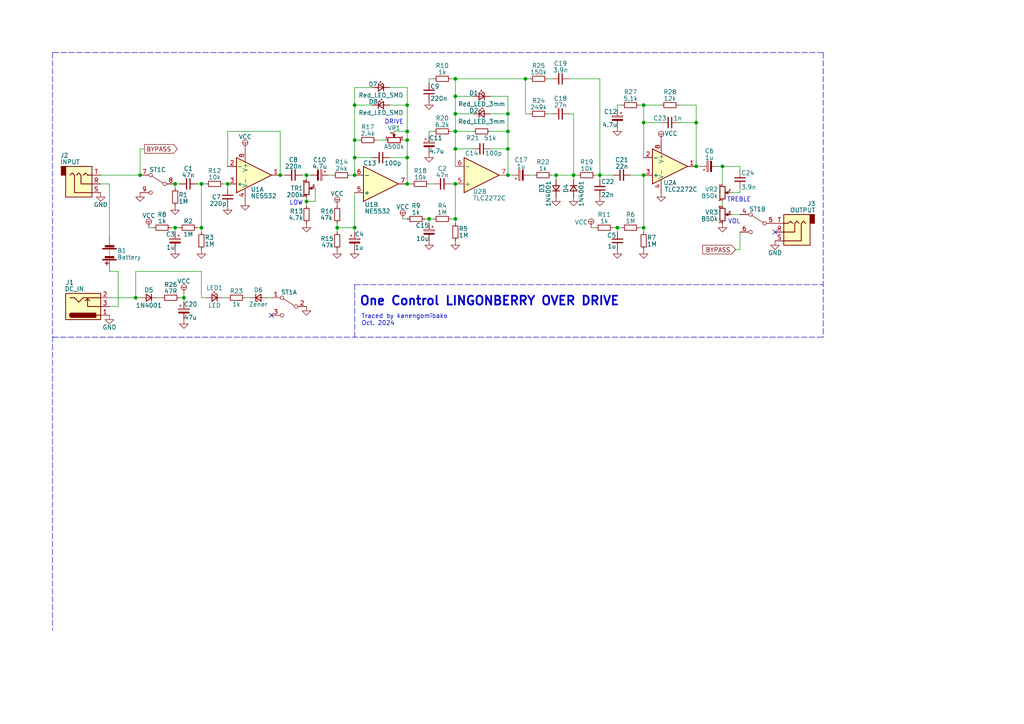
<source format=kicad_sch>
(kicad_sch (version 20231120) (generator "eeschema") (generator_version "8.0")
  (paper "A4")
  (lib_symbols
    (symbol "Amplifier_Operational:NE5532" (pin_names (offset 0.127))
      (property "Reference" "U" (at 0 5.08 0))
      (property "Value" "NE5532" (at 0 -5.08 0))
      (symbol "NE5532_1_1"
        (polyline (pts (xy -5.08 5.08) (xy 5.08 0) (xy -5.08 -5.08) (xy -5.08 5.08)) (stroke (width 0.254)) (fill (type background)))
        (pin output line (at 7.62 0 180) (length 2.54) (name "~") (number "1"))
        (pin input line (at -7.62 -2.54 0) (length 2.54) (name "-") (number "2"))
        (pin input line (at -7.62 2.54 0) (length 2.54) (name "+") (number "3"))
      )
      (symbol "NE5532_2_1"
        (polyline (pts (xy -5.08 5.08) (xy 5.08 0) (xy -5.08 -5.08) (xy -5.08 5.08)) (stroke (width 0.254)) (fill (type background)))
        (pin input line (at -7.62 2.54 0) (length 2.54) (name "+") (number "5"))
        (pin input line (at -7.62 -2.54 0) (length 2.54) (name "-") (number "6"))
        (pin output line (at 7.62 0 180) (length 2.54) (name "~") (number "7"))
      )
      (symbol "NE5532_3_1"
        (pin power_in line (at -2.54 -7.62 90) (length 3.81) (name "V-") (number "4"))
        (pin power_in line (at -2.54 7.62 270) (length 3.81) (name "V+") (number "8"))
      )
    )
    (symbol "Connector:Barrel_Jack_Switch" (pin_names hide)
      (property "Reference" "J" (at 0 5.334 0))
      (property "Value" "Barrel_Jack_Switch" (at 0 -5.08 0))
      (symbol "Barrel_Jack_Switch_0_1"
        (rectangle (start -5.08 3.81) (end 5.08 -3.81) (stroke (width 0.254)) (fill (type background)))
        (arc (start -3.302 3.175) (mid -3.9343 2.54) (end -3.302 1.905) (stroke (width 0.254)))
        (arc (start -3.302 3.175) (mid -3.9343 2.54) (end -3.302 1.905) (stroke (width 0.254)) (fill (type outline)))
        (polyline (pts (xy 1.27 -2.286) (xy 1.905 -1.651)) (stroke (width 0.254)))
        (polyline (pts (xy 5.08 2.54) (xy 3.81 2.54)) (stroke (width 0.254)))
        (polyline (pts (xy 5.08 0) (xy 1.27 0) (xy 1.27 -2.286) (xy 0.635 -1.651)) (stroke (width 0.254)))
        (polyline (pts (xy -3.81 -2.54) (xy -2.54 -2.54) (xy -1.27 -1.27) (xy 0 -2.54) (xy 2.54 -2.54) (xy 5.08 -2.54)) (stroke (width 0.254)))
        (rectangle (start 3.683 3.175) (end -3.302 1.905) (stroke (width 0.254)) (fill (type outline)))
      )
      (symbol "Barrel_Jack_Switch_1_1"
        (pin passive line (at 7.62 2.54 180) (length 2.54) (name "~") (number "1"))
        (pin passive line (at 7.62 -2.54 180) (length 2.54) (name "~") (number "2"))
        (pin passive line (at 7.62 0 180) (length 2.54) (name "~") (number "3"))
      )
    )
    (symbol "Connector_Audio:AudioJack3"
      (property "Reference" "J" (at 0 8.89 0))
      (property "Value" "AudioJack3" (at 0 6.35 0))
      (symbol "AudioJack3_0_1"
        (rectangle (start -5.08 -5.08) (end -6.35 -2.54) (stroke (width 0.254)) (fill (type outline)))
        (polyline (pts (xy 0 -2.54) (xy 0.635 -3.175) (xy 1.27 -2.54) (xy 2.54 -2.54)) (stroke (width 0.254)))
        (polyline (pts (xy -1.905 -2.54) (xy -1.27 -3.175) (xy -0.635 -2.54) (xy -0.635 0) (xy 2.54 0)) (stroke (width 0.254)))
        (polyline (pts (xy 2.54 2.54) (xy -2.54 2.54) (xy -2.54 -2.54) (xy -3.175 -3.175) (xy -3.81 -2.54)) (stroke (width 0.254)))
        (rectangle (start 2.54 3.81) (end -5.08 -5.08) (stroke (width 0.254)) (fill (type background)))
      )
      (symbol "AudioJack3_1_1"
        (pin passive line (at 5.08 0 180) (length 2.54) (name "~") (number "R"))
        (pin passive line (at 5.08 2.54 180) (length 2.54) (name "~") (number "S"))
        (pin passive line (at 5.08 -2.54 180) (length 2.54) (name "~") (number "T"))
      )
    )
    (symbol "Device:Battery" (pin_numbers hide) (pin_names (offset 0) hide)
      (property "Reference" "BT" (at 2.54 2.54 0))
      (property "Value" "Battery" (at 2.54 0 0))
      (symbol "Battery_0_1"
        (rectangle (start -2.032 -1.397) (end 2.032 -1.651) (fill (type outline)))
        (rectangle (start -2.032 1.778) (end 2.032 1.524) (fill (type outline)))
        (rectangle (start -1.3208 -1.9812) (end 1.27 -2.4892) (fill (type outline)))
        (rectangle (start -1.3208 1.1938) (end 1.27 0.6858) (fill (type outline)))
        (polyline (pts (xy 0 -1.524) (xy 0 -1.27)))
        (polyline (pts (xy 0 -1.016) (xy 0 -0.762)))
        (polyline (pts (xy 0 -0.508) (xy 0 -0.254)))
        (polyline (pts (xy 0 0) (xy 0 0.254)))
        (polyline (pts (xy 0 0.508) (xy 0 0.762)))
        (polyline (pts (xy 0 1.778) (xy 0 2.54)))
        (polyline (pts (xy 0.254 2.667) (xy 1.27 2.667)) (stroke (width 0.254)))
        (polyline (pts (xy 0.762 3.175) (xy 0.762 2.159)) (stroke (width 0.254)))
      )
      (symbol "Battery_1_1"
        (pin passive line (at 0 5.08 270) (length 2.54) (name "+") (number "1"))
        (pin passive line (at 0 -5.08 90) (length 2.54) (name "-") (number "2"))
      )
    )
    (symbol "Device:C_Polarized_Small" (pin_numbers hide) (pin_names (offset 0.254) hide)
      (property "Reference" "C" (at 0.254 1.778 0))
      (property "Value" "C_Polarized_Small" (at 0.254 -2.032 0))
      (symbol "C_Polarized_Small_0_1"
        (rectangle (start -1.524 -0.3048) (end 1.524 -0.6858) (fill (type outline)))
        (rectangle (start -1.524 0.6858) (end 1.524 0.3048))
        (polyline (pts (xy -1.27 1.524) (xy -0.762 1.524)))
        (polyline (pts (xy -1.016 1.27) (xy -1.016 1.778)))
      )
      (symbol "C_Polarized_Small_1_1"
        (pin passive line (at 0 2.54 270) (length 1.8542) (name "~") (number "1"))
        (pin passive line (at 0 -2.54 90) (length 1.8542) (name "~") (number "2"))
      )
    )
    (symbol "Device:C_Small" (pin_numbers hide) (pin_names (offset 0.254) hide)
      (property "Reference" "C" (at 0.254 1.778 0))
      (property "Value" "C_Small" (at 0.254 -2.032 0))
      (symbol "C_Small_0_1"
        (polyline (pts (xy -1.524 -0.508) (xy 1.524 -0.508)) (stroke (width 0.3302)))
        (polyline (pts (xy -1.524 0.508) (xy 1.524 0.508)) (stroke (width 0.3048)))
      )
      (symbol "C_Small_1_1"
        (pin passive line (at 0 2.54 270) (length 2.032) (name "~") (number "1"))
        (pin passive line (at 0 -2.54 90) (length 2.032) (name "~") (number "2"))
      )
    )
    (symbol "Device:D_Small" (pin_numbers hide) (pin_names (offset 0.254) hide)
      (property "Reference" "D" (at -1.27 2.032 0))
      (property "Value" "D_Small" (at -3.81 -2.032 0))
      (symbol "D_Small_0_1"
        (polyline (pts (xy -0.762 -1.016) (xy -0.762 1.016)) (stroke (width 0.254)))
        (polyline (pts (xy -0.762 0) (xy 0.762 0)))
        (polyline (pts (xy 0.762 -1.016) (xy -0.762 0) (xy 0.762 1.016) (xy 0.762 -1.016)) (stroke (width 0.254)))
      )
      (symbol "D_Small_1_1"
        (pin passive line (at -2.54 0 0) (length 1.778) (name "K") (number "1"))
        (pin passive line (at 2.54 0 180) (length 1.778) (name "A") (number "2"))
      )
    )
    (symbol "Device:D_Zener_Small" (pin_numbers hide) (pin_names (offset 0.254) hide)
      (property "Reference" "D" (at 0 2.286 0))
      (property "Value" "D_Zener_Small" (at 0 -2.286 0))
      (symbol "D_Zener_Small_0_1"
        (polyline (pts (xy 0.762 0) (xy -0.762 0)))
        (polyline (pts (xy -0.254 1.016) (xy -0.762 1.016) (xy -0.762 -1.016)) (stroke (width 0.254)))
        (polyline (pts (xy 0.762 1.016) (xy -0.762 0) (xy 0.762 -1.016) (xy 0.762 1.016)) (stroke (width 0.254)))
      )
      (symbol "D_Zener_Small_1_1"
        (pin passive line (at -2.54 0 0) (length 1.778) (name "K") (number "1"))
        (pin passive line (at 2.54 0 180) (length 1.778) (name "A") (number "2"))
      )
    )
    (symbol "Device:LED_Small" (pin_numbers hide) (pin_names (offset 0.254) hide)
      (property "Reference" "D" (at -1.27 3.175 0))
      (property "Value" "LED_Small" (at -4.445 -2.54 0))
      (symbol "LED_Small_0_1"
        (polyline (pts (xy -0.762 -1.016) (xy -0.762 1.016)) (stroke (width 0.254)))
        (polyline (pts (xy 1.016 0) (xy -0.762 0)))
        (polyline (pts (xy 0.762 -1.016) (xy -0.762 0) (xy 0.762 1.016) (xy 0.762 -1.016)) (stroke (width 0.254)))
        (polyline (pts (xy 0 0.762) (xy -0.508 1.27) (xy -0.254 1.27) (xy -0.508 1.27) (xy -0.508 1.016)))
        (polyline (pts (xy 0.508 1.27) (xy 0 1.778) (xy 0.254 1.778) (xy 0 1.778) (xy 0 1.524)))
      )
      (symbol "LED_Small_1_1"
        (pin passive line (at -2.54 0 0) (length 1.778) (name "K") (number "1"))
        (pin passive line (at 2.54 0 180) (length 1.778) (name "A") (number "2"))
      )
    )
    (symbol "Device:R_Potentiometer_Small" (pin_names (offset 1.016) hide)
      (property "Reference" "RV" (at -4.445 0 90))
      (property "Value" "R_Potentiometer_Small" (at -2.54 0 90))
      (symbol "R_Potentiometer_Small_0_1"
        (polyline (pts (xy 0.889 0) (xy 0.635 0) (xy 1.651 0.381) (xy 1.651 -0.381) (xy 0.635 0) (xy 0.889 0)) (fill (type outline)))
        (rectangle (start 0.762 1.8034) (end -0.762 -1.8034) (stroke (width 0.254)))
      )
      (symbol "R_Potentiometer_Small_1_1"
        (pin passive line (at 0 2.54 270) (length 0.635) (name "1") (number "1"))
        (pin passive line (at 2.54 0 180) (length 0.9906) (name "2") (number "2"))
        (pin passive line (at 0 -2.54 90) (length 0.635) (name "3") (number "3"))
      )
    )
    (symbol "Device:R_Small" (pin_numbers hide) (pin_names (offset 0.254) hide)
      (property "Reference" "R" (at 0.762 0.508 0))
      (property "Value" "R_Small" (at 0.762 -1.016 0))
      (symbol "R_Small_0_1"
        (rectangle (start -0.762 1.778) (end 0.762 -1.778) (stroke (width 0.2032)))
      )
      (symbol "R_Small_1_1"
        (pin passive line (at 0 2.54 270) (length 0.762) (name "~") (number "1"))
        (pin passive line (at 0 -2.54 90) (length 0.762) (name "~") (number "2"))
      )
    )
    (symbol "myLib:SW_3PDT" (pin_names (offset 0) hide)
      (property "Reference" "SW" (at 0 4.318 0))
      (property "Value" "SW_3PDT" (at 0 -5.08 0))
      (symbol "SW_3PDT_0_0"
        (circle (center -2.032 0) (radius 0.508))
        (circle (center 2.032 -2.54) (radius 0.508))
      )
      (symbol "SW_3PDT_0_1"
        (polyline (pts (xy -1.524 0.254) (xy 1.651 2.286)))
        (circle (center 2.032 2.54) (radius 0.508))
      )
      (symbol "SW_3PDT_1_1"
        (pin passive line (at 5.08 2.54 180) (length 2.54) (name "A") (number "1"))
        (pin passive line (at -5.08 0 0) (length 2.54) (name "B") (number "2"))
        (pin passive line (at 5.08 -2.54 180) (length 2.54) (name "C") (number "3"))
      )
      (symbol "SW_3PDT_2_1"
        (pin passive line (at 5.08 2.54 180) (length 2.54) (name "A") (number "4"))
        (pin passive line (at -5.08 0 0) (length 2.54) (name "B") (number "5"))
        (pin passive line (at 5.08 -2.54 180) (length 2.54) (name "C") (number "6"))
      )
      (symbol "SW_3PDT_3_1"
        (pin passive line (at 5.08 2.54 180) (length 2.54) (name "A") (number "7"))
        (pin passive line (at -5.08 0 0) (length 2.54) (name "B") (number "8"))
        (pin passive line (at 5.08 -2.54 180) (length 2.54) (name "C") (number "9"))
      )
    )
    (symbol "myLib:VCC" (power) (pin_names (offset 0))
      (property "Value" "VCC" (at 0 3.556 0))
      (symbol "VCC_0_0"
        (polyline (pts (xy -0.762 1.778) (xy 0.762 1.778)))
        (circle (center 0 1.778) (radius 0.7725))
      )
      (symbol "VCC_0_1"
        (polyline (pts (xy 0 0) (xy 0 1.778)))
      )
      (symbol "VCC_1_1"
        (pin power_in line (at 0 0 90) (length 0) hide (name "VCC") (number "1"))
      )
    )
    (symbol "power:GND" (power) (pin_names (offset 0))
      (property "Value" "GND" (at 0 -3.81 0))
      (symbol "GND_0_1"
        (polyline (pts (xy 0 0) (xy 0 -1.27) (xy 1.27 -1.27) (xy 0 -2.54) (xy -1.27 -1.27) (xy 0 -1.27)))
      )
      (symbol "GND_1_1"
        (pin power_in line (at 0 0 270) (length 0) hide (name "GND") (number "1"))
      )
    )
  )
  (junction (at 209.55 48.26))
  (junction (at 118.11 53.34))
  (junction (at 132.08 22.86))
  (junction (at 118.11 45.72))
  (junction (at 88.9 58.42))
  (junction (at 147.32 43.18))
  (junction (at 186.69 35.56))
  (junction (at 118.11 40.64))
  (junction (at 124.46 63.5))
  (junction (at 166.37 50.8))
  (junction (at 50.8 53.34))
  (junction (at 58.42 66.04))
  (junction (at 132.08 27.94))
  (junction (at 201.93 35.56))
  (junction (at 152.4 22.86))
  (junction (at 53.34 86.36))
  (junction (at 58.42 53.34))
  (junction (at 161.29 50.8))
  (junction (at 50.8 66.04))
  (junction (at 132.08 63.5))
  (junction (at 102.87 50.8))
  (junction (at 97.79 66.04))
  (junction (at 102.87 45.72))
  (junction (at 186.69 30.48))
  (junction (at 118.11 30.48))
  (junction (at 186.69 66.04))
  (junction (at 201.93 48.26))
  (junction (at 118.11 38.1))
  (junction (at 173.99 50.8))
  (junction (at 147.32 38.1))
  (junction (at 132.08 38.1))
  (junction (at 132.08 33.02))
  (junction (at 186.69 50.8))
  (junction (at 102.87 30.48))
  (junction (at 88.9 50.8))
  (junction (at 39.37 86.36))
  (junction (at 132.08 53.34))
  (junction (at 102.87 40.64))
  (junction (at 179.07 66.04))
  (junction (at 66.04 53.34))
  (junction (at 81.28 50.8))
  (junction (at 147.32 50.8))
  (junction (at 147.32 33.02))
  (junction (at 40.64 50.8))
  (junction (at 102.87 66.04))
  (junction (at 132.08 43.18))
  (no_connect (at 224.79 67.31))
  (no_connect (at 78.74 91.44))
  (wire (pts (xy 212.09 62.23) (xy 214.63 62.23)))
  (wire (pts (xy 91.44 54.61) (xy 91.44 58.42)))
  (wire (pts (xy 153.67 50.8) (xy 154.94 50.8)))
  (wire (pts (xy 177.8 66.04) (xy 179.07 66.04)))
  (wire (pts (xy 214.63 55.88) (xy 212.09 55.88)))
  (wire (pts (xy 124.46 53.34) (xy 125.73 53.34)))
  (wire (pts (xy 113.03 25.4) (xy 118.11 25.4)))
  (wire (pts (xy 132.08 38.1) (xy 137.16 38.1)))
  (wire (pts (xy 88.9 50.8) (xy 90.17 50.8)))
  (wire (pts (xy 113.03 30.48) (xy 118.11 30.48)))
  (wire (pts (xy 171.45 66.04) (xy 172.72 66.04)))
  (wire (pts (xy 116.84 40.64) (xy 118.11 40.64)))
  (wire (pts (xy 58.42 66.04) (xy 58.42 67.31)))
  (wire (pts (xy 102.87 40.64) (xy 102.87 45.72)))
  (wire (pts (xy 142.24 38.1) (xy 147.32 38.1)))
  (wire (pts (xy 46.99 86.36) (xy 45.72 86.36)))
  (wire (pts (xy 201.93 30.48) (xy 201.93 35.56)))
  (wire (pts (xy 124.46 22.86) (xy 124.46 24.13)))
  (wire (pts (xy 132.08 38.1) (xy 132.08 33.02)))
  (wire (pts (xy 214.63 48.26) (xy 214.63 49.53)))
  (wire (pts (xy 34.29 78.74) (xy 31.75 78.74)))
  (wire (pts (xy 102.87 25.4) (xy 102.87 30.48)))
  (wire (pts (xy 58.42 86.36) (xy 59.69 86.36)))
  (wire (pts (xy 124.46 39.37) (xy 124.46 38.1)))
  (wire (pts (xy 142.24 33.02) (xy 147.32 33.02)))
  (wire (pts (xy 123.19 63.5) (xy 124.46 63.5)))
  (wire (pts (xy 124.46 63.5) (xy 125.73 63.5)))
  (wire (pts (xy 95.25 50.8) (xy 96.52 50.8)))
  (wire (pts (xy 78.74 86.36) (xy 77.47 86.36)))
  (wire (pts (xy 102.87 30.48) (xy 102.87 40.64)))
  (wire (pts (xy 118.11 45.72) (xy 118.11 53.34)))
  (wire (pts (xy 132.08 43.18) (xy 137.16 43.18)))
  (wire (pts (xy 97.79 64.77) (xy 97.79 66.04)))
  (wire (pts (xy 130.81 63.5) (xy 132.08 63.5)))
  (wire (pts (xy 172.72 50.8) (xy 173.99 50.8)))
  (wire (pts (xy 118.11 40.64) (xy 118.11 45.72)))
  (wire (pts (xy 116.84 63.5) (xy 118.11 63.5)))
  (wire (pts (xy 152.4 22.86) (xy 152.4 33.02)))
  (wire (pts (xy 173.99 50.8) (xy 173.99 52.07)))
  (wire (pts (xy 102.87 45.72) (xy 107.95 45.72)))
  (polyline (pts (xy 238.76 15.24) (xy 15.24 15.24)) (stroke (width 0) (type dash)))
  (wire (pts (xy 147.32 33.02) (xy 147.32 38.1)))
  (wire (pts (xy 132.08 22.86) (xy 152.4 22.86)))
  (wire (pts (xy 130.81 53.34) (xy 132.08 53.34)))
  (wire (pts (xy 132.08 63.5) (xy 132.08 64.77)))
  (wire (pts (xy 124.46 38.1) (xy 125.73 38.1)))
  (wire (pts (xy 66.04 38.1) (xy 81.28 38.1)))
  (wire (pts (xy 161.29 50.8) (xy 161.29 52.07)))
  (wire (pts (xy 186.69 50.8) (xy 186.69 66.04)))
  (wire (pts (xy 102.87 30.48) (xy 107.95 30.48)))
  (wire (pts (xy 53.34 87.63) (xy 53.34 86.36)))
  (wire (pts (xy 58.42 66.04) (xy 57.15 66.04)))
  (wire (pts (xy 39.37 78.74) (xy 58.42 78.74)))
  (wire (pts (xy 88.9 59.69) (xy 88.9 58.42)))
  (wire (pts (xy 41.91 43.18) (xy 40.64 43.18)))
  (polyline (pts (xy 238.76 15.24) (xy 238.76 97.79)) (stroke (width 0) (type dash)))
  (wire (pts (xy 57.15 53.34) (xy 58.42 53.34)))
  (wire (pts (xy 186.69 35.56) (xy 186.69 45.72)))
  (wire (pts (xy 66.04 38.1) (xy 66.04 48.26)))
  (wire (pts (xy 201.93 35.56) (xy 201.93 48.26)))
  (wire (pts (xy 58.42 53.34) (xy 58.42 66.04)))
  (wire (pts (xy 101.6 50.8) (xy 102.87 50.8)))
  (wire (pts (xy 147.32 38.1) (xy 147.32 43.18)))
  (wire (pts (xy 50.8 53.34) (xy 52.07 53.34)))
  (wire (pts (xy 124.46 22.86) (xy 125.73 22.86)))
  (wire (pts (xy 185.42 30.48) (xy 186.69 30.48)))
  (wire (pts (xy 114.3 38.1) (xy 118.11 38.1)))
  (wire (pts (xy 130.81 22.86) (xy 132.08 22.86)))
  (wire (pts (xy 160.02 50.8) (xy 161.29 50.8)))
  (wire (pts (xy 196.85 35.56) (xy 201.93 35.56)))
  (wire (pts (xy 49.53 66.04) (xy 50.8 66.04)))
  (wire (pts (xy 53.34 85.09) (xy 53.34 86.36)))
  (wire (pts (xy 186.69 35.56) (xy 186.69 30.48)))
  (wire (pts (xy 132.08 33.02) (xy 137.16 33.02)))
  (wire (pts (xy 147.32 50.8) (xy 148.59 50.8)))
  (wire (pts (xy 142.24 27.94) (xy 147.32 27.94)))
  (wire (pts (xy 88.9 57.15) (xy 88.9 58.42)))
  (wire (pts (xy 186.69 66.04) (xy 185.42 66.04)))
  (wire (pts (xy 39.37 86.36) (xy 39.37 78.74)))
  (wire (pts (xy 209.55 58.42) (xy 209.55 59.69)))
  (wire (pts (xy 132.08 22.86) (xy 132.08 27.94)))
  (wire (pts (xy 118.11 25.4) (xy 118.11 30.48)))
  (wire (pts (xy 31.75 86.36) (xy 39.37 86.36)))
  (wire (pts (xy 147.32 27.94) (xy 147.32 33.02)))
  (wire (pts (xy 52.07 86.36) (xy 53.34 86.36)))
  (wire (pts (xy 64.77 53.34) (xy 66.04 53.34)))
  (wire (pts (xy 214.63 54.61) (xy 214.63 55.88)))
  (wire (pts (xy 132.08 27.94) (xy 137.16 27.94)))
  (wire (pts (xy 124.46 64.77) (xy 124.46 63.5)))
  (wire (pts (xy 130.81 38.1) (xy 132.08 38.1)))
  (wire (pts (xy 166.37 50.8) (xy 167.64 50.8)))
  (polyline (pts (xy 15.24 97.79) (xy 238.76 97.79)) (stroke (width 0) (type dash)))
  (polyline (pts (xy 102.87 82.55) (xy 238.76 82.55)) (stroke (width 0) (type dash)))
  (wire (pts (xy 87.63 50.8) (xy 88.9 50.8)))
  (wire (pts (xy 81.28 50.8) (xy 82.55 50.8)))
  (wire (pts (xy 147.32 43.18) (xy 147.32 50.8)))
  (polyline (pts (xy 102.87 82.55) (xy 102.87 97.79)) (stroke (width 0) (type dash)))
  (wire (pts (xy 40.64 43.18) (xy 40.64 50.8)))
  (wire (pts (xy 64.77 86.36) (xy 66.04 86.36)))
  (wire (pts (xy 29.21 53.34) (xy 31.75 53.34)))
  (wire (pts (xy 158.75 33.02) (xy 160.02 33.02)))
  (wire (pts (xy 152.4 22.86) (xy 153.67 22.86)))
  (wire (pts (xy 97.79 66.04) (xy 102.87 66.04)))
  (wire (pts (xy 34.29 78.74) (xy 34.29 88.9)))
  (wire (pts (xy 39.37 86.36) (xy 40.64 86.36)))
  (wire (pts (xy 113.03 45.72) (xy 118.11 45.72)))
  (wire (pts (xy 118.11 30.48) (xy 118.11 38.1)))
  (wire (pts (xy 182.88 50.8) (xy 186.69 50.8)))
  (wire (pts (xy 58.42 78.74) (xy 58.42 86.36)))
  (wire (pts (xy 165.1 22.86) (xy 173.99 22.86)))
  (wire (pts (xy 166.37 50.8) (xy 166.37 52.07)))
  (wire (pts (xy 31.75 88.9) (xy 34.29 88.9)))
  (wire (pts (xy 208.28 48.26) (xy 209.55 48.26)))
  (wire (pts (xy 166.37 33.02) (xy 166.37 50.8)))
  (wire (pts (xy 102.87 55.88) (xy 102.87 66.04)))
  (wire (pts (xy 209.55 48.26) (xy 209.55 53.34)))
  (wire (pts (xy 118.11 38.1) (xy 118.11 40.64)))
  (wire (pts (xy 165.1 33.02) (xy 166.37 33.02)))
  (wire (pts (xy 173.99 22.86) (xy 173.99 50.8)))
  (wire (pts (xy 102.87 25.4) (xy 107.95 25.4)))
  (wire (pts (xy 179.07 30.48) (xy 180.34 30.48)))
  (wire (pts (xy 66.04 54.61) (xy 66.04 53.34)))
  (wire (pts (xy 58.42 53.34) (xy 59.69 53.34)))
  (wire (pts (xy 173.99 50.8) (xy 177.8 50.8)))
  (wire (pts (xy 72.39 86.36) (xy 71.12 86.36)))
  (wire (pts (xy 196.85 30.48) (xy 201.93 30.48)))
  (wire (pts (xy 29.21 50.8) (xy 40.64 50.8)))
  (wire (pts (xy 186.69 30.48) (xy 191.77 30.48)))
  (wire (pts (xy 191.77 35.56) (xy 186.69 35.56)))
  (wire (pts (xy 132.08 48.26) (xy 132.08 43.18)))
  (polyline (pts (xy 15.24 15.24) (xy 15.24 182.88)) (stroke (width 0) (type dash)))
  (wire (pts (xy 88.9 50.8) (xy 88.9 52.07)))
  (wire (pts (xy 179.07 67.31) (xy 179.07 66.04)))
  (wire (pts (xy 81.28 38.1) (xy 81.28 50.8)))
  (wire (pts (xy 50.8 53.34) (xy 50.8 54.61)))
  (wire (pts (xy 132.08 43.18) (xy 132.08 38.1)))
  (wire (pts (xy 109.22 40.64) (xy 111.76 40.64)))
  (wire (pts (xy 213.36 72.39) (xy 214.63 72.39)))
  (wire (pts (xy 214.63 72.39) (xy 214.63 67.31)))
  (wire (pts (xy 209.55 48.26) (xy 214.63 48.26)))
  (wire (pts (xy 201.93 48.26) (xy 203.2 48.26)))
  (wire (pts (xy 186.69 66.04) (xy 186.69 67.31)))
  (wire (pts (xy 43.18 66.04) (xy 44.45 66.04)))
  (wire (pts (xy 179.07 30.48) (xy 179.07 31.75)))
  (wire (pts (xy 180.34 66.04) (xy 179.07 66.04)))
  (wire (pts (xy 50.8 66.04) (xy 52.07 66.04)))
  (wire (pts (xy 152.4 33.02) (xy 153.67 33.02)))
  (wire (pts (xy 102.87 45.72) (xy 102.87 50.8)))
  (wire (pts (xy 50.8 67.31) (xy 50.8 66.04)))
  (wire (pts (xy 102.87 67.31) (xy 102.87 66.04)))
  (wire (pts (xy 118.11 53.34) (xy 119.38 53.34)))
  (wire (pts (xy 132.08 33.02) (xy 132.08 27.94)))
  (wire (pts (xy 161.29 50.8) (xy 166.37 50.8)))
  (wire (pts (xy 97.79 66.04) (xy 97.79 67.31)))
  (wire (pts (xy 31.75 53.34) (xy 31.75 68.58)))
  (wire (pts (xy 142.24 43.18) (xy 147.32 43.18)))
  (wire (pts (xy 88.9 58.42) (xy 91.44 58.42)))
  (wire (pts (xy 132.08 53.34) (xy 132.08 63.5)))
  (wire (pts (xy 158.75 22.86) (xy 160.02 22.86)))
  (wire (pts (xy 104.14 40.64) (xy 102.87 40.64)))
  (text "TREBLE" (at 210.82 58.7375 0) (effects (font (size 1.27 1.27)) (justify left bottom)))
  (text "One Control LINGONBERRY OVER DRIVE" (at 104.14 88.9 0) (effects (font (size 2.54 2.54) (thickness 0.508) (bold yes)) (justify left bottom)))
  (text "LOW" (at 87.9475 59.69 0) (effects (font (size 1.27 1.27)) (justify right bottom)))
  (text "Traced by kanengomibako\nOct. 2024" (at 104.775 94.615 0) (effects (font (size 1.27 1.27)) (justify left bottom)))
  (text "DRIVE" (at 114.3 36.195 0) (effects (font (size 1.27 1.27)) (justify bottom)))
  (text "VOL" (at 211.1375 65.0875 0) (effects (font (size 1.27 1.27)) (justify left bottom)))
  (global_label "BYPASS" (shape input) (at 213.36 72.39 180) (property "Intersheetrefs" "${INTERSHEET_REFS}" (effects (hide yes))))
  (global_label "BYPASS" (shape output) (at 41.91 43.18 0) (property "Intersheetrefs" "${INTERSHEET_REFS}" (effects (hide yes))))
  (symbol (lib_id "myLib:SW_3PDT") (at 219.71 64.77 0) (mirror y) (unit 2)
    (property "Reference" "ST1" (at 219.71 60.6425 0))
    (property "Value" "SW" (effects (hide yes)))
    (property "Footprint" "myFoot:my_sw_3pdt_fujisoku" (effects (hide yes)))
    (property "Description" "SW_3PDT" (effects (hide yes)))
  )
  (symbol (lib_id "Device:R_Potentiometer_Small") (at 209.55 55.88 0) (unit 1)
    (property "Reference" "VR2" (at 208.28 54.9275 0) (effects (justify right)))
    (property "Value" "B50k" (at 208.28 56.8325 0) (effects (justify right)))
    (property "Footprint" "Connector_PinHeader_2.54mm:PinHeader_1x03_P2.54mm_Vertical" (effects (hide yes)))
  )
  (symbol (lib_id "Device:R_Potentiometer_Small") (at 88.9 54.61 0) (unit 1)
    (property "Reference" "TR1" (at 87.9475 54.61 0) (effects (justify right)))
    (property "Value" "200k" (at 87.9475 56.515 0) (effects (justify right)))
    (property "Footprint" "myFoot:my_trim2" (effects (hide yes)))
  )
  (symbol (lib_id "power:GND") (at 166.37 57.15 0) (unit 1)
    (property "Reference" "#PWR016" (effects (hide yes)))
    (property "Value" "GND" (effects (hide yes)))
  )
  (symbol (lib_id "Device:D_Zener_Small") (at 74.93 86.36 0) (mirror x) (unit 1)
    (property "Reference" "D6" (at 74.93 84.1375 0))
    (property "Value" "Zener" (at 74.93 88.265 0))
    (property "Footprint" "Diode_SMD:D_SOD-123" (effects (hide yes)))
    (property "Description" "Zener diode, small symbol" (effects (hide yes)))
    (property "Sim.Device" "D" (effects (hide yes)))
    (property "Sim.Pins" "1=K 2=A" (effects (hide yes)))
  )
  (symbol (lib_id "Device:C_Small") (at 124.46 26.67 0) (mirror x) (unit 1)
    (property "Reference" "C9" (at 124.7775 25.0825 0) (effects (justify left)))
    (property "Value" "220n" (at 124.7775 28.575 0) (effects (justify left)))
    (property "Footprint" "Capacitor_THT:C_Rect_L7.0mm_W2.0mm_P5.00mm" (effects (hide yes)))
  )
  (symbol (lib_id "Device:R_Small") (at 88.9 62.23 0) (mirror y) (unit 1)
    (property "Reference" "R13" (at 87.9475 61.2775 0) (effects (justify left)))
    (property "Value" "4.7k" (at 87.9475 63.1825 0) (effects (justify left)))
    (property "Footprint" "Resistor_SMD:R_0603_1608Metric" (effects (hide yes)))
  )
  (symbol (lib_id "myLib:VCC") (at 43.18 66.04 0) (unit 1)
    (property "Reference" "#PWR04" (effects (hide yes)))
    (property "Value" "VCC" (at 43.18 62.5475 0))
  )
  (symbol (lib_id "Device:R_Small") (at 182.88 66.04 270) (mirror x) (unit 1)
    (property "Reference" "R6" (at 182.88 62.23 90))
    (property "Value" "1M" (at 182.88 64.135 90))
    (property "Footprint" "Resistor_SMD:R_0603_1608Metric" (effects (hide yes)))
  )
  (symbol (lib_id "Device:C_Polarized_Small") (at 179.07 34.29 0) (mirror y) (unit 1)
    (property "Reference" "C12" (at 179.07 32.385 0) (effects (justify left)))
    (property "Value" "4.7u" (at 179.07 36.195 0) (effects (justify left)))
    (property "Footprint" "Capacitor_SMD:CP_Elec_4x5.4" (effects (hide yes)))
  )
  (symbol (lib_id "Device:R_Small") (at 186.69 69.85 0) (mirror y) (unit 1)
    (property "Reference" "R7" (at 187.6425 68.8975 0) (effects (justify right)))
    (property "Value" "1M" (at 187.6425 70.8025 0) (effects (justify right)))
    (property "Footprint" "Resistor_SMD:R_0603_1608Metric" (effects (hide yes)))
  )
  (symbol (lib_id "Device:LED_Small") (at 139.7 33.02 0) (unit 1)
    (property "Reference" "D2" (at 138.7475 32.0675 0) (effects (justify right)))
    (property "Value" "Red_LED_3mm" (at 139.7 35.2425 0))
    (property "Footprint" "myFoot:my_LED_3mm" (effects (hide yes)))
    (property "Description" "Light emitting diode, small symbol" (effects (hide yes)))
  )
  (symbol (lib_id "myLib:SW_3PDT") (at 83.82 88.9 0) (mirror y) (unit 1)
    (property "Reference" "ST1" (at 83.82 84.7725 0))
    (property "Value" "SW" (effects (hide yes)))
    (property "Footprint" "myFoot:my_sw_3pdt_fujisoku" (effects (hide yes)))
    (property "Description" "SW_3PDT" (effects (hide yes)))
  )
  (symbol (lib_id "Device:C_Polarized_Small") (at 124.46 41.91 0) (unit 1)
    (property "Reference" "C11" (at 124.46 40.005 0) (effects (justify left)))
    (property "Value" "4.7u" (at 124.46 43.815 0) (effects (justify left)))
    (property "Footprint" "Capacitor_SMD:CP_Elec_4x5.4" (effects (hide yes)))
  )
  (symbol (lib_id "power:GND") (at 173.99 57.15 0) (unit 1)
    (property "Reference" "#PWR017" (effects (hide yes)))
    (property "Value" "GND" (effects (hide yes)))
  )
  (symbol (lib_id "Device:R_Small") (at 54.61 66.04 270) (mirror x) (unit 1)
    (property "Reference" "R2" (at 54.61 64.135 90))
    (property "Value" "1M" (at 54.61 67.945 90))
    (property "Footprint" "Resistor_SMD:R_0603_1608Metric" (effects (hide yes)))
  )
  (symbol (lib_id "Device:R_Small") (at 106.68 40.64 90) (mirror x) (unit 1)
    (property "Reference" "R17" (at 106.68 36.83 90))
    (property "Value" "2.4k" (at 106.68 38.735 90))
    (property "Footprint" "Resistor_SMD:R_0603_1608Metric" (effects (hide yes)))
  )
  (symbol (lib_id "Connector:Barrel_Jack_Switch") (at 24.13 88.9 0) (mirror x) (unit 1)
    (property "Reference" "J1" (at 19.05 81.915 0) (effects (justify left)))
    (property "Value" "DC_IN" (at 18.7325 83.82 0) (effects (justify left)))
    (property "Footprint" "myFoot:my_DC_Jack" (effects (hide yes)))
    (property "Description" "DC Barrel Jack with an internal switch" (effects (hide yes)))
  )
  (symbol (lib_id "Device:R_Small") (at 128.27 38.1 90) (mirror x) (unit 1)
    (property "Reference" "R20" (at 128.27 34.29 90))
    (property "Value" "6.2k" (at 128.27 36.195 90))
    (property "Footprint" "Resistor_SMD:R_0603_1608Metric" (effects (hide yes)))
  )
  (symbol (lib_id "power:GND") (at 97.79 72.39 0) (unit 1)
    (property "Reference" "#PWR010" (effects (hide yes)))
    (property "Value" "GND" (effects (hide yes)))
  )
  (symbol (lib_id "power:GND") (at 71.12 58.42 0) (unit 1)
    (property "Reference" "#PWR032" (effects (hide yes)))
    (property "Value" "GND" (effects (hide yes)))
  )
  (symbol (lib_id "Device:D_Small") (at 43.18 86.36 180) (unit 1)
    (property "Reference" "D5" (at 43.18 84.1375 0))
    (property "Value" "1N4001" (at 43.18 88.5825 0))
    (property "Footprint" "Diode_SMD:D_SOD-128" (effects (hide yes)))
    (property "Description" "Diode, small symbol" (effects (hide yes)))
    (property "Sim.Device" "D" (effects (hide yes)))
    (property "Sim.Pins" "1=K 2=A" (effects (hide yes)))
  )
  (symbol (lib_id "Device:R_Small") (at 182.88 30.48 270) (unit 1)
    (property "Reference" "R27" (at 182.88 26.67 90))
    (property "Value" "5.1k" (at 182.88 28.575 90))
    (property "Footprint" "Resistor_SMD:R_0603_1608Metric" (effects (hide yes)))
  )
  (symbol (lib_id "Device:C_Polarized_Small") (at 50.8 69.85 0) (mirror y) (unit 1)
    (property "Reference" "C3" (at 50.8 67.945 0) (effects (justify left)))
    (property "Value" "1u" (at 50.8 71.755 0) (effects (justify left)))
    (property "Footprint" "Capacitor_SMD:CP_Elec_4x5.4" (effects (hide yes)))
  )
  (symbol (lib_id "myLib:VCC") (at 71.12 43.18 0) (unit 1)
    (property "Reference" "#PWR030" (effects (hide yes)))
    (property "Value" "VCC" (at 71.12 39.6875 0))
  )
  (symbol (lib_id "power:GND") (at 29.21 55.88 0) (unit 1)
    (property "Reference" "#PWR034" (effects (hide yes)))
    (property "Value" "GND" (at 29.21 59.3725 0))
  )
  (symbol (lib_id "Device:R_Small") (at 68.58 86.36 270) (mirror x) (unit 1)
    (property "Reference" "R23" (at 68.58 84.455 90))
    (property "Value" "1k" (at 68.58 88.265 90))
    (property "Footprint" "Resistor_SMD:R_0603_1608Metric" (effects (hide yes)))
  )
  (symbol (lib_id "power:GND") (at 191.77 55.88 0) (unit 1)
    (property "Reference" "#PWR031" (effects (hide yes)))
    (property "Value" "GND" (effects (hide yes)))
  )
  (symbol (lib_id "Device:R_Small") (at 156.21 22.86 270) (unit 1)
    (property "Reference" "R25" (at 156.21 19.05 90))
    (property "Value" "150k" (at 156.21 20.955 90))
    (property "Footprint" "Resistor_SMD:R_0603_1608Metric" (effects (hide yes)))
  )
  (symbol (lib_id "Device:R_Small") (at 156.21 33.02 270) (unit 1)
    (property "Reference" "R24" (at 156.21 29.21 90))
    (property "Value" "249k" (at 156.21 31.115 90))
    (property "Footprint" "Resistor_SMD:R_0603_1608Metric" (effects (hide yes)))
  )
  (symbol (lib_id "Device:R_Small") (at 120.65 63.5 90) (mirror x) (unit 1)
    (property "Reference" "R9" (at 120.65 59.69 90))
    (property "Value" "1k" (at 120.65 61.595 90))
    (property "Footprint" "Resistor_SMD:R_0603_1608Metric" (effects (hide yes)))
  )
  (symbol (lib_id "Amplifier_Operational:NE5532") (at 194.31 48.26 0) (unit 3)
    (property "Reference" "U2" (effects (hide yes)))
    (property "Value" "TLC2272C" (effects (hide yes)))
    (property "Footprint" "Package_SO:SOP-8_3.9x4.9mm_P1.27mm" (effects (hide yes)))
    (property "Description" "Dual Low-Noise Operational Amplifiers, DIP-8/SOIC-8" (effects (hide yes)))
  )
  (symbol (lib_id "Device:C_Small") (at 214.63 52.07 0) (mirror y) (unit 1)
    (property "Reference" "C24" (at 214.9475 50.165 0) (effects (justify right)))
    (property "Value" "3.9n" (at 214.9475 54.2925 0) (effects (justify right)))
    (property "Footprint" "Capacitor_THT:C_Rect_L7.0mm_W2.0mm_P5.00mm" (effects (hide yes)))
  )
  (symbol (lib_id "power:GND") (at 124.46 29.21 0) (unit 1)
    (property "Reference" "#PWR019" (effects (hide yes)))
    (property "Value" "GND" (effects (hide yes)))
  )
  (symbol (lib_id "Device:R_Small") (at 58.42 69.85 0) (mirror x) (unit 1)
    (property "Reference" "R3" (at 59.3725 68.8975 0) (effects (justify left)))
    (property "Value" "1M" (at 59.3725 70.8025 0) (effects (justify left)))
    (property "Footprint" "Resistor_SMD:R_0603_1608Metric" (effects (hide yes)))
  )
  (symbol (lib_id "power:GND") (at 88.9 88.9 0) (unit 1)
    (property "Reference" "#PWR028" (effects (hide yes)))
    (property "Value" "GND" (effects (hide yes)))
  )
  (symbol (lib_id "power:GND") (at 88.9 64.77 0) (unit 1)
    (property "Reference" "#PWR08" (effects (hide yes)))
    (property "Value" "GND" (effects (hide yes)))
  )
  (symbol (lib_id "Device:R_Small") (at 46.99 66.04 90) (mirror x) (unit 1)
    (property "Reference" "R8" (at 46.99 62.23 90))
    (property "Value" "1k" (at 46.99 64.135 90))
    (property "Footprint" "Resistor_SMD:R_0603_1608Metric" (effects (hide yes)))
  )
  (symbol (lib_id "Device:R_Small") (at 97.79 69.85 0) (unit 1)
    (property "Reference" "R15" (at 96.8375 69.215 0) (effects (justify right)))
    (property "Value" "47k" (at 96.8375 71.12 0) (effects (justify right)))
    (property "Footprint" "Resistor_SMD:R_0603_1608Metric" (effects (hide yes)))
  )
  (symbol (lib_id "Amplifier_Operational:NE5532") (at 110.49 53.34 0) (mirror x) (unit 2)
    (property "Reference" "U1" (at 105.7275 59.3725 0) (effects (justify left)))
    (property "Value" "NE5532" (at 105.7275 61.2775 0) (effects (justify left)))
    (property "Footprint" "Package_SO:SOP-8_3.9x4.9mm_P1.27mm" (effects (hide yes)))
    (property "Description" "Dual Low-Noise Operational Amplifiers, DIP-8/SOIC-8" (effects (hide yes)))
  )
  (symbol (lib_id "Device:C_Polarized_Small") (at 102.87 69.85 0) (unit 1)
    (property "Reference" "C4" (at 102.87 67.945 0) (effects (justify left)))
    (property "Value" "1u" (at 102.87 71.755 0) (effects (justify left)))
    (property "Footprint" "Capacitor_SMD:CP_Elec_4x5.4" (effects (hide yes)))
  )
  (symbol (lib_id "Device:C_Small") (at 54.61 53.34 270) (unit 1)
    (property "Reference" "C1" (at 54.61 48.895 90))
    (property "Value" "47n" (at 54.61 50.8 90))
    (property "Footprint" "Capacitor_THT:C_Rect_L7.0mm_W2.0mm_P5.00mm" (effects (hide yes)))
  )
  (symbol (lib_id "Device:R_Small") (at 97.79 62.23 0) (mirror y) (unit 1)
    (property "Reference" "R16" (at 96.8375 61.2775 0) (effects (justify left)))
    (property "Value" "47k" (at 96.52 63.1825 0) (effects (justify left)))
    (property "Footprint" "Resistor_SMD:R_0603_1608Metric" (effects (hide yes)))
  )
  (symbol (lib_id "Device:R_Small") (at 170.18 50.8 270) (unit 1)
    (property "Reference" "R19" (at 170.18 46.99 90))
    (property "Value" "10k" (at 170.18 48.895 90))
    (property "Footprint" "Resistor_SMD:R_0603_1608Metric" (effects (hide yes)))
  )
  (symbol (lib_id "power:GND") (at 186.69 72.39 0) (unit 1)
    (property "Reference" "#PWR021" (effects (hide yes)))
    (property "Value" "GND" (effects (hide yes)))
  )
  (symbol (lib_id "Device:R_Small") (at 49.53 86.36 90) (mirror x) (unit 1)
    (property "Reference" "R26" (at 49.53 82.55 90))
    (property "Value" "47R" (at 49.53 84.455 90))
    (property "Footprint" "Resistor_SMD:R_0603_1608Metric" (effects (hide yes)))
  )
  (symbol (lib_id "Device:LED_Small") (at 110.49 30.48 0) (unit 1)
    (property "Reference" "D8" (at 108.2675 29.5275 0))
    (property "Value" "Red_LED_SMD" (at 110.49 32.7025 0))
    (property "Footprint" "Diode_SMD:D_0603_1608Metric" (effects (hide yes)))
    (property "Description" "Light emitting diode, small symbol" (effects (hide yes)))
  )
  (symbol (lib_id "Device:C_Small") (at 180.34 50.8 90) (mirror x) (unit 1)
    (property "Reference" "C21" (at 180.34 46.355 90))
    (property "Value" "22n" (at 180.34 48.26 90))
    (property "Footprint" "Capacitor_THT:C_Rect_L7.0mm_W2.0mm_P5.00mm" (effects (hide yes)))
  )
  (symbol (lib_id "Amplifier_Operational:NE5532") (at 73.66 50.8 0) (unit 3)
    (property "Reference" "U1" (effects (hide yes)))
    (property "Value" "NE5532" (effects (hide yes)))
    (property "Footprint" "Package_SO:SOP-8_3.9x4.9mm_P1.27mm" (effects (hide yes)))
    (property "Description" "Dual Low-Noise Operational Amplifiers, DIP-8/SOIC-8" (effects (hide yes)))
  )
  (symbol (lib_id "Device:R_Small") (at 132.08 67.31 0) (mirror y) (unit 1)
    (property "Reference" "R5" (at 133.0325 66.3575 0) (effects (justify right)))
    (property "Value" "1M" (at 133.0325 68.2625 0) (effects (justify right)))
    (property "Footprint" "Resistor_SMD:R_0603_1608Metric" (effects (hide yes)))
  )
  (symbol (lib_id "power:GND") (at 179.07 36.83 0) (unit 1)
    (property "Reference" "#PWR023" (effects (hide yes)))
    (property "Value" "GND" (effects (hide yes)))
  )
  (symbol (lib_id "myLib:VCC") (at 53.34 85.09 0) (unit 1)
    (property "Reference" "#PWR026" (effects (hide yes)))
    (property "Value" "VCC" (at 53.34 81.5975 0))
  )
  (symbol (lib_id "Device:R_Small") (at 139.7 38.1 270) (unit 1)
    (property "Reference" "R21" (at 139.065 40.005 90) (effects (justify right)))
    (property "Value" "51k" (at 140.335 40.005 90) (effects (justify left)))
    (property "Footprint" "Resistor_SMD:R_0603_1608Metric" (effects (hide yes)))
  )
  (symbol (lib_id "Device:C_Polarized_Small") (at 53.34 90.17 0) (unit 1)
    (property "Reference" "C20" (at 53.34 88.265 0) (effects (justify left)))
    (property "Value" "47u" (at 53.34 92.075 0) (effects (justify left)))
    (property "Footprint" "Capacitor_SMD:CP_Elec_5x5.4" (effects (hide yes)))
  )
  (symbol (lib_id "Device:R_Small") (at 194.31 30.48 270) (unit 1)
    (property "Reference" "R28" (at 194.31 26.67 90))
    (property "Value" "12k" (at 194.31 28.575 90))
    (property "Footprint" "Resistor_SMD:R_0603_1608Metric" (effects (hide yes)))
  )
  (symbol (lib_id "Device:LED_Small") (at 139.7 27.94 0) (mirror y) (unit 1)
    (property "Reference" "D1" (at 138.7475 26.9875 0) (effects (justify left)))
    (property "Value" "Red_LED_3mm" (at 139.7 30.1625 0))
    (property "Footprint" "myFoot:my_LED_3mm" (effects (hide yes)))
    (property "Description" "Light emitting diode, small symbol" (effects (hide yes)))
  )
  (symbol (lib_id "power:GND") (at 124.46 69.85 0) (unit 1)
    (property "Reference" "#PWR014" (effects (hide yes)))
    (property "Value" "GND" (effects (hide yes)))
  )
  (symbol (lib_id "power:GND") (at 132.08 69.85 0) (unit 1)
    (property "Reference" "#PWR013" (effects (hide yes)))
    (property "Value" "GND" (effects (hide yes)))
  )
  (symbol (lib_id "power:GND") (at 224.79 69.85 0) (unit 1)
    (property "Reference" "#PWR025" (effects (hide yes)))
    (property "Value" "GND" (at 224.79 73.3425 0))
  )
  (symbol (lib_id "myLib:VCC") (at 116.84 63.5 0) (unit 1)
    (property "Reference" "#PWR012" (effects (hide yes)))
    (property "Value" "VCC" (at 116.84 60.0075 0))
  )
  (symbol (lib_id "Device:C_Small") (at 194.31 35.56 270) (unit 1)
    (property "Reference" "C23" (at 193.3575 34.29 90) (effects (justify right)))
    (property "Value" "1n" (at 195.2625 34.29 90) (effects (justify left)))
    (property "Footprint" "Capacitor_SMD:C_0603_1608Metric" (effects (hide yes)))
  )
  (symbol (lib_id "Device:C_Polarized_Small") (at 151.13 50.8 90) (unit 1)
    (property "Reference" "C17" (at 151.13 46.355 90))
    (property "Value" "1u" (at 151.13 48.26 90))
    (property "Footprint" "Capacitor_SMD:CP_Elec_4x5.4" (effects (hide yes)))
  )
  (symbol (lib_id "Device:R_Small") (at 50.8 57.15 0) (mirror y) (unit 1)
    (property "Reference" "R1" (at 51.7525 56.515 0) (effects (justify right)))
    (property "Value" "1M" (at 51.7525 58.42 0) (effects (justify right)))
    (property "Footprint" "Resistor_SMD:R_0603_1608Metric" (effects (hide yes)))
  )
  (symbol (lib_id "myLib:VCC") (at 191.77 40.64 0) (unit 1)
    (property "Reference" "#PWR029" (effects (hide yes)))
    (property "Value" "VCC" (at 194.6275 38.735 0))
  )
  (symbol (lib_id "power:GND") (at 124.46 44.45 0) (unit 1)
    (property "Reference" "#PWR018" (effects (hide yes)))
    (property "Value" "GND" (effects (hide yes)))
  )
  (symbol (lib_id "Device:C_Polarized_Small") (at 205.74 48.26 90) (unit 1)
    (property "Reference" "C6" (at 205.74 43.815 90))
    (property "Value" "1u" (at 205.74 45.72 90))
    (property "Footprint" "Capacitor_SMD:CP_Elec_4x5.4" (effects (hide yes)))
  )
  (symbol (lib_id "Device:LED_Small") (at 110.49 25.4 0) (mirror y) (unit 1)
    (property "Reference" "D7" (at 109.5375 24.4475 0) (effects (justify left)))
    (property "Value" "Red_LED_SMD" (at 110.49 27.6225 0))
    (property "Footprint" "Diode_SMD:D_0603_1608Metric" (effects (hide yes)))
    (property "Description" "Light emitting diode, small symbol" (effects (hide yes)))
  )
  (symbol (lib_id "Device:C_Small") (at 110.49 45.72 270) (unit 1)
    (property "Reference" "C13" (at 109.22 47.3075 90) (effects (justify right)))
    (property "Value" "100p" (at 111.4425 47.3075 90) (effects (justify left)))
    (property "Footprint" "Capacitor_SMD:C_0603_1608Metric" (effects (hide yes)))
  )
  (symbol (lib_id "Device:Battery") (at 31.75 73.66 180) (unit 1)
    (property "Reference" "B1" (at 33.9725 72.7075 0) (effects (justify right)))
    (property "Value" "Battery" (at 33.9725 74.6125 0) (effects (justify right)))
    (property "Footprint" "myFoot:my_conn" (effects (hide yes)))
  )
  (symbol (lib_id "Device:R_Small") (at 121.92 53.34 90) (mirror x) (unit 1)
    (property "Reference" "R18" (at 121.92 49.53 90))
    (property "Value" "10k" (at 121.92 51.435 90))
    (property "Footprint" "Resistor_SMD:R_0603_1608Metric" (effects (hide yes)))
  )
  (symbol (lib_id "Device:R_Small") (at 99.06 50.8 90) (mirror x) (unit 1)
    (property "Reference" "R14" (at 99.06 46.99 90))
    (property "Value" "24k" (at 99.06 48.895 90))
    (property "Footprint" "Resistor_SMD:R_0603_1608Metric" (effects (hide yes)))
  )
  (symbol (lib_id "Connector_Audio:AudioJack3") (at 24.13 53.34 0) (mirror x) (unit 1)
    (property "Reference" "J2" (at 17.4625 45.085 0) (effects (justify left)))
    (property "Value" "INPUT" (at 17.4625 46.99 0) (effects (justify left)))
    (property "Footprint" "myFoot:PJ-603A" (effects (hide yes)))
  )
  (symbol (lib_id "Device:C_Small") (at 162.56 22.86 270) (unit 1)
    (property "Reference" "C19" (at 162.56 18.415 90))
    (property "Value" "3.9n" (at 162.56 20.32 90))
    (property "Footprint" "Capacitor_THT:C_Rect_L7.0mm_W2.0mm_P5.00mm" (effects (hide yes)))
  )
  (symbol (lib_id "Device:C_Polarized_Small") (at 92.71 50.8 270) (unit 1)
    (property "Reference" "C10" (at 92.71 46.355 90))
    (property "Value" "4.7u" (at 92.71 48.26 90))
    (property "Footprint" "Capacitor_SMD:CP_Elec_4x5.4" (effects (hide yes)))
  )
  (symbol (lib_id "Amplifier_Operational:NE5532") (at 139.7 50.8 0) (mirror x) (unit 2)
    (property "Reference" "U2" (at 137.16 55.5625 0) (effects (justify left)))
    (property "Value" "TLC2272C" (at 137.16 57.4675 0) (effects (justify left)))
    (property "Footprint" "Package_SO:SOP-8_3.9x4.9mm_P1.27mm" (effects (hide yes)))
    (property "Description" "Dual Low-Noise Operational Amplifiers, DIP-8/SOIC-8" (effects (hide yes)))
  )
  (symbol (lib_id "power:GND") (at 209.55 64.77 0) (unit 1)
    (property "Reference" "#PWR024" (effects (hide yes)))
    (property "Value" "GND" (effects (hide yes)))
  )
  (symbol (lib_id "Device:R_Small") (at 175.26 66.04 270) (unit 1)
    (property "Reference" "R11" (at 175.26 62.23 90))
    (property "Value" "1k" (at 175.26 64.135 90))
    (property "Footprint" "Resistor_SMD:R_0603_1608Metric" (effects (hide yes)))
  )
  (symbol (lib_id "power:GND") (at 179.07 72.39 0) (unit 1)
    (property "Reference" "#PWR022" (effects (hide yes)))
    (property "Value" "GND" (effects (hide yes)))
  )
  (symbol (lib_id "Device:D_Small") (at 166.37 54.61 270) (unit 1)
    (property "Reference" "D4" (at 164.1475 54.61 0))
    (property "Value" "1N4001" (at 168.5925 52.3875 0) (effects (justify left)))
    (property "Footprint" "Diode_SMD:D_SOD-128" (effects (hide yes)))
    (property "Description" "Diode, small symbol" (effects (hide yes)))
    (property "Sim.Device" "D" (effects (hide yes)))
    (property "Sim.Pins" "1=K 2=A" (effects (hide yes)))
  )
  (symbol (lib_id "Connector_Audio:AudioJack3") (at 229.87 67.31 180) (unit 1)
    (property "Reference" "J3" (at 236.5375 59.055 0) (effects (justify left)))
    (property "Value" "OUTPUT" (at 236.5375 60.96 0) (effects (justify left)))
    (property "Footprint" "myFoot:PJ-603A" (effects (hide yes)))
  )
  (symbol (lib_id "Amplifier_Operational:NE5532") (at 73.66 50.8 0) (mirror x) (unit 1)
    (property "Reference" "U1" (at 72.7075 54.9275 0) (effects (justify left)))
    (property "Value" "NE5532" (at 72.7075 56.8325 0) (effects (justify left)))
    (property "Footprint" "Package_SO:SOP-8_3.9x4.9mm_P1.27mm" (effects (hide yes)))
    (property "Description" "Dual Low-Noise Operational Amplifiers, DIP-8/SOIC-8" (effects (hide yes)))
  )
  (symbol (lib_id "Device:R_Potentiometer_Small") (at 114.3 40.64 90) (unit 1)
    (property "Reference" "VR1" (at 114.3 37.1475 90))
    (property "Value" "A500k" (at 114.3 42.545 90))
    (property "Footprint" "Connector_PinHeader_2.54mm:PinHeader_1x03_P2.54mm_Vertical" (effects (hide yes)))
  )
  (symbol (lib_id "power:GND") (at 50.8 72.39 0) (unit 1)
    (property "Reference" "#PWR06" (effects (hide yes)))
    (property "Value" "GND" (effects (hide yes)))
  )
  (symbol (lib_id "Device:C_Small") (at 85.09 50.8 270) (unit 1)
    (property "Reference" "C8" (at 85.09 46.355 90))
    (property "Value" "220n" (at 85.09 48.26 90))
    (property "Footprint" "Capacitor_THT:C_Rect_L7.0mm_W2.0mm_P5.00mm" (effects (hide yes)))
  )
  (symbol (lib_id "Device:D_Small") (at 161.29 54.61 90) (unit 1)
    (property "Reference" "D3" (at 157.1625 54.61 0))
    (property "Value" "1N4001" (at 159.0675 52.3875 0) (effects (justify right)))
    (property "Footprint" "Diode_SMD:D_SOD-128" (effects (hide yes)))
    (property "Description" "Diode, small symbol" (effects (hide yes)))
    (property "Sim.Device" "D" (effects (hide yes)))
    (property "Sim.Pins" "1=K 2=A" (effects (hide yes)))
  )
  (symbol (lib_id "myLib:VCC") (at 97.79 59.69 0) (unit 1)
    (property "Reference" "#PWR011" (effects (hide yes)))
    (property "Value" "VCC" (at 97.79 56.1975 0))
  )
  (symbol (lib_id "power:GND") (at 161.29 57.15 0) (unit 1)
    (property "Reference" "#PWR015" (effects (hide yes)))
    (property "Value" "GND" (effects (hide yes)))
  )
  (symbol (lib_id "power:GND") (at 53.34 92.71 0) (unit 1)
    (property "Reference" "#PWR027" (effects (hide yes)))
    (property "Value" "GND" (effects (hide yes)))
  )
  (symbol (lib_id "Device:C_Small") (at 66.04 57.15 0) (unit 1)
    (property "Reference" "C7" (at 64.135 57.15 0) (effects (justify right)))
    (property "Value" "220p" (at 65.7225 59.055 0) (effects (justify right)))
    (property "Footprint" "Capacitor_SMD:C_0603_1608Metric" (effects (hide yes)))
  )
  (symbol (lib_id "power:GND") (at 58.42 72.39 0) (unit 1)
    (property "Reference" "#PWR05" (effects (hide yes)))
    (property "Value" "GND" (effects (hide yes)))
  )
  (symbol (lib_id "Device:C_Small") (at 128.27 53.34 270) (unit 1)
    (property "Reference" "C2" (at 128.27 48.895 90))
    (property "Value" "47n" (at 128.27 50.8 90))
    (property "Footprint" "Capacitor_THT:C_Rect_L7.0mm_W2.0mm_P5.00mm" (effects (hide yes)))
  )
  (symbol (lib_id "Device:R_Small") (at 128.27 22.86 90) (mirror x) (unit 1)
    (property "Reference" "R10" (at 128.27 19.05 90))
    (property "Value" "1k" (at 128.27 20.955 90))
    (property "Footprint" "Resistor_SMD:R_0603_1608Metric" (effects (hide yes)))
  )
  (symbol (lib_id "myLib:VCC") (at 171.45 66.04 0) (unit 1)
    (property "Reference" "#PWR020" (effects (hide yes)))
    (property "Value" "VCC" (at 168.5925 64.4525 0))
  )
  (symbol (lib_id "power:GND") (at 50.8 59.69 0) (unit 1)
    (property "Reference" "#PWR03" (effects (hide yes)))
    (property "Value" "GND" (effects (hide yes)))
  )
  (symbol (lib_id "Device:LED_Small") (at 62.23 86.36 0) (mirror y) (unit 1)
    (property "Reference" "LED1" (at 62.23 83.5025 0))
    (property "Value" "LED" (at 62.23 88.5825 0))
    (property "Footprint" "myFoot:my_LED_5mm" (effects (hide yes)))
    (property "Description" "Light emitting diode, small symbol" (effects (hide yes)))
  )
  (symbol (lib_id "Device:C_Small") (at 179.07 69.85 0) (unit 1)
    (property "Reference" "C5" (at 178.7525 68.2625 0) (effects (justify right)))
    (property "Value" "1u" (at 178.7525 71.4375 0) (effects (justify right)))
    (property "Footprint" "Capacitor_SMD:C_0805_2012Metric" (effects (hide yes)))
  )
  (symbol (lib_id "myLib:SW_3PDT") (at 45.72 53.34 0) (mirror y) (unit 3)
    (property "Reference" "ST1" (at 45.72 49.2125 0))
    (property "Value" "SW" (effects (hide yes)))
    (property "Footprint" "myFoot:my_sw_3pdt_fujisoku" (effects (hide yes)))
    (property "Description" "SW_3PDT" (effects (hide yes)))
  )
  (symbol (lib_id "Device:R_Potentiometer_Small") (at 209.55 62.23 0) (mirror x) (unit 1)
    (property "Reference" "VR3" (at 208.28 61.595 0) (effects (justify right)))
    (property "Value" "B50k" (at 208.28 63.5 0) (effects (justify right)))
    (property "Footprint" "Connector_PinHeader_2.54mm:PinHeader_1x03_P2.54mm_Vertical" (effects (hide yes)))
  )
  (symbol (lib_id "Device:R_Small") (at 157.48 50.8 270) (unit 1)
    (property "Reference" "R22" (at 157.48 46.99 90))
    (property "Value" "1k" (at 157.48 48.895 90))
    (property "Footprint" "Resistor_SMD:R_0603_1608Metric" (effects (hide yes)))
  )
  (symbol (lib_id "power:GND") (at 31.75 91.44 0) (unit 1)
    (property "Reference" "#PWR033" (effects (hide yes)))
    (property "Value" "GND" (at 31.75 94.9325 0))
  )
  (symbol (lib_id "power:GND") (at 40.64 55.88 0) (unit 1)
    (property "Reference" "#PWR035" (effects (hide yes)))
    (property "Value" "GND" (effects (hide yes)))
  )
  (symbol (lib_id "power:GND") (at 66.04 59.69 0) (unit 1)
    (property "Reference" "#PWR07" (effects (hide yes)))
    (property "Value" "GND" (effects (hide yes)))
  )
  (symbol (lib_id "Device:R_Small") (at 128.27 63.5 90) (mirror x) (unit 1)
    (property "Reference" "R4" (at 128.27 59.69 90))
    (property "Value" "1M" (at 128.27 61.595 90))
    (property "Footprint" "Resistor_SMD:R_0603_1608Metric" (effects (hide yes)))
  )
  (symbol (lib_id "Amplifier_Operational:NE5532") (at 194.31 48.26 0) (mirror x) (unit 1)
    (property "Reference" "U2" (at 192.405 53.0225 0) (effects (justify left)))
    (property "Value" "TLC2272C" (at 192.7225 54.9275 0) (effects (justify left)))
    (property "Footprint" "Package_SO:SOP-8_3.9x4.9mm_P1.27mm" (effects (hide yes)))
    (property "Description" "Dual Low-Noise Operational Amplifiers, DIP-8/SOIC-8" (effects (hide yes)))
  )
  (symbol (lib_id "Device:C_Polarized_Small") (at 124.46 67.31 0) (mirror y) (unit 1)
    (property "Reference" "C15" (at 124.46 65.405 0) (effects (justify left)))
    (property "Value" "10u" (at 124.46 69.215 0) (effects (justify left)))
    (property "Footprint" "Capacitor_SMD:CP_Elec_4x5.4" (effects (hide yes)))
  )
  (symbol (lib_id "Device:C_Small") (at 173.99 54.61 180) (unit 1)
    (property "Reference" "C22" (at 174.3075 52.705 0) (effects (justify right)))
    (property "Value" "22n" (at 174.3075 56.515 0) (effects (justify right)))
    (property "Footprint" "Capacitor_THT:C_Rect_L7.0mm_W2.0mm_P5.00mm" (effects (hide yes)))
  )
  (symbol (lib_id "Device:R_Small") (at 62.23 53.34 270) (unit 1)
    (property "Reference" "R12" (at 62.23 49.53 90))
    (property "Value" "10k" (at 62.23 51.435 90))
    (property "Footprint" "Resistor_SMD:R_0603_1608Metric" (effects (hide yes)))
  )
  (symbol (lib_id "power:GND") (at 102.87 72.39 0) (unit 1)
    (property "Reference" "#PWR09" (effects (hide yes)))
    (property "Value" "GND" (effects (hide yes)))
  )
  (symbol (lib_id "Device:C_Small") (at 139.7 43.18 270) (unit 1)
    (property "Reference" "C14" (at 138.7475 44.45 90) (effects (justify right)))
    (property "Value" "100p" (at 140.6525 44.45 90) (effects (justify left)))
    (property "Footprint" "Capacitor_SMD:C_0603_1608Metric" (effects (hide yes)))
  )
  (symbol (lib_id "Device:C_Small") (at 162.56 33.02 90) (mirror x) (unit 1)
    (property "Reference" "C18" (at 162.56 28.575 90))
    (property "Value" "27n" (at 162.56 30.48 90))
    (property "Footprint" "Capacitor_THT:C_Rect_L7.0mm_W2.0mm_P5.00mm" (effects (hide yes)))
  )
)
</source>
